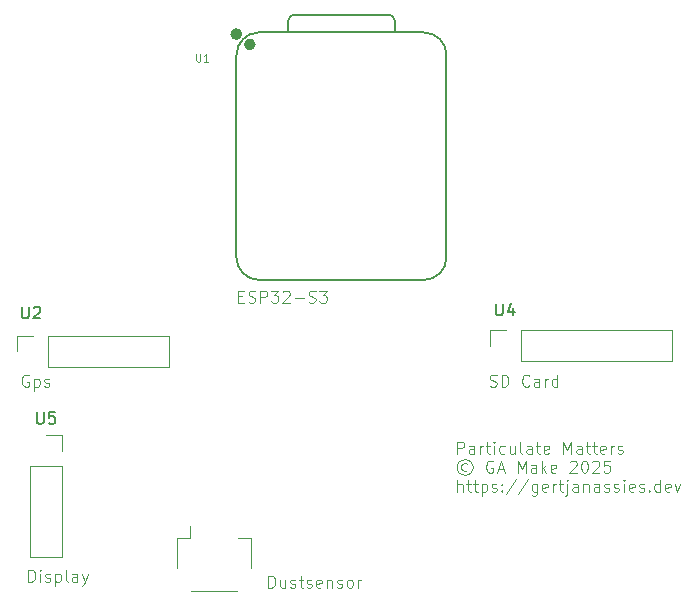
<source format=gbr>
%TF.GenerationSoftware,KiCad,Pcbnew,9.0.2*%
%TF.CreationDate,2025-07-07T13:49:35+02:00*%
%TF.ProjectId,Particulate_matters,50617274-6963-4756-9c61-74655f6d6174,rev?*%
%TF.SameCoordinates,Original*%
%TF.FileFunction,Legend,Top*%
%TF.FilePolarity,Positive*%
%FSLAX46Y46*%
G04 Gerber Fmt 4.6, Leading zero omitted, Abs format (unit mm)*
G04 Created by KiCad (PCBNEW 9.0.2) date 2025-07-07 13:49:35*
%MOMM*%
%LPD*%
G01*
G04 APERTURE LIST*
%ADD10C,0.100000*%
%ADD11C,0.150000*%
%ADD12C,0.101600*%
%ADD13C,0.120000*%
%ADD14C,0.127000*%
%ADD15C,0.504000*%
G04 APERTURE END LIST*
D10*
X93775884Y-78342609D02*
X94109217Y-78342609D01*
X94252074Y-78866419D02*
X93775884Y-78866419D01*
X93775884Y-78866419D02*
X93775884Y-77866419D01*
X93775884Y-77866419D02*
X94252074Y-77866419D01*
X94633027Y-78818800D02*
X94775884Y-78866419D01*
X94775884Y-78866419D02*
X95013979Y-78866419D01*
X95013979Y-78866419D02*
X95109217Y-78818800D01*
X95109217Y-78818800D02*
X95156836Y-78771180D01*
X95156836Y-78771180D02*
X95204455Y-78675942D01*
X95204455Y-78675942D02*
X95204455Y-78580704D01*
X95204455Y-78580704D02*
X95156836Y-78485466D01*
X95156836Y-78485466D02*
X95109217Y-78437847D01*
X95109217Y-78437847D02*
X95013979Y-78390228D01*
X95013979Y-78390228D02*
X94823503Y-78342609D01*
X94823503Y-78342609D02*
X94728265Y-78294990D01*
X94728265Y-78294990D02*
X94680646Y-78247371D01*
X94680646Y-78247371D02*
X94633027Y-78152133D01*
X94633027Y-78152133D02*
X94633027Y-78056895D01*
X94633027Y-78056895D02*
X94680646Y-77961657D01*
X94680646Y-77961657D02*
X94728265Y-77914038D01*
X94728265Y-77914038D02*
X94823503Y-77866419D01*
X94823503Y-77866419D02*
X95061598Y-77866419D01*
X95061598Y-77866419D02*
X95204455Y-77914038D01*
X95633027Y-78866419D02*
X95633027Y-77866419D01*
X95633027Y-77866419D02*
X96013979Y-77866419D01*
X96013979Y-77866419D02*
X96109217Y-77914038D01*
X96109217Y-77914038D02*
X96156836Y-77961657D01*
X96156836Y-77961657D02*
X96204455Y-78056895D01*
X96204455Y-78056895D02*
X96204455Y-78199752D01*
X96204455Y-78199752D02*
X96156836Y-78294990D01*
X96156836Y-78294990D02*
X96109217Y-78342609D01*
X96109217Y-78342609D02*
X96013979Y-78390228D01*
X96013979Y-78390228D02*
X95633027Y-78390228D01*
X96537789Y-77866419D02*
X97156836Y-77866419D01*
X97156836Y-77866419D02*
X96823503Y-78247371D01*
X96823503Y-78247371D02*
X96966360Y-78247371D01*
X96966360Y-78247371D02*
X97061598Y-78294990D01*
X97061598Y-78294990D02*
X97109217Y-78342609D01*
X97109217Y-78342609D02*
X97156836Y-78437847D01*
X97156836Y-78437847D02*
X97156836Y-78675942D01*
X97156836Y-78675942D02*
X97109217Y-78771180D01*
X97109217Y-78771180D02*
X97061598Y-78818800D01*
X97061598Y-78818800D02*
X96966360Y-78866419D01*
X96966360Y-78866419D02*
X96680646Y-78866419D01*
X96680646Y-78866419D02*
X96585408Y-78818800D01*
X96585408Y-78818800D02*
X96537789Y-78771180D01*
X97537789Y-77961657D02*
X97585408Y-77914038D01*
X97585408Y-77914038D02*
X97680646Y-77866419D01*
X97680646Y-77866419D02*
X97918741Y-77866419D01*
X97918741Y-77866419D02*
X98013979Y-77914038D01*
X98013979Y-77914038D02*
X98061598Y-77961657D01*
X98061598Y-77961657D02*
X98109217Y-78056895D01*
X98109217Y-78056895D02*
X98109217Y-78152133D01*
X98109217Y-78152133D02*
X98061598Y-78294990D01*
X98061598Y-78294990D02*
X97490170Y-78866419D01*
X97490170Y-78866419D02*
X98109217Y-78866419D01*
X98537789Y-78485466D02*
X99299694Y-78485466D01*
X99728265Y-78818800D02*
X99871122Y-78866419D01*
X99871122Y-78866419D02*
X100109217Y-78866419D01*
X100109217Y-78866419D02*
X100204455Y-78818800D01*
X100204455Y-78818800D02*
X100252074Y-78771180D01*
X100252074Y-78771180D02*
X100299693Y-78675942D01*
X100299693Y-78675942D02*
X100299693Y-78580704D01*
X100299693Y-78580704D02*
X100252074Y-78485466D01*
X100252074Y-78485466D02*
X100204455Y-78437847D01*
X100204455Y-78437847D02*
X100109217Y-78390228D01*
X100109217Y-78390228D02*
X99918741Y-78342609D01*
X99918741Y-78342609D02*
X99823503Y-78294990D01*
X99823503Y-78294990D02*
X99775884Y-78247371D01*
X99775884Y-78247371D02*
X99728265Y-78152133D01*
X99728265Y-78152133D02*
X99728265Y-78056895D01*
X99728265Y-78056895D02*
X99775884Y-77961657D01*
X99775884Y-77961657D02*
X99823503Y-77914038D01*
X99823503Y-77914038D02*
X99918741Y-77866419D01*
X99918741Y-77866419D02*
X100156836Y-77866419D01*
X100156836Y-77866419D02*
X100299693Y-77914038D01*
X100633027Y-77866419D02*
X101252074Y-77866419D01*
X101252074Y-77866419D02*
X100918741Y-78247371D01*
X100918741Y-78247371D02*
X101061598Y-78247371D01*
X101061598Y-78247371D02*
X101156836Y-78294990D01*
X101156836Y-78294990D02*
X101204455Y-78342609D01*
X101204455Y-78342609D02*
X101252074Y-78437847D01*
X101252074Y-78437847D02*
X101252074Y-78675942D01*
X101252074Y-78675942D02*
X101204455Y-78771180D01*
X101204455Y-78771180D02*
X101156836Y-78818800D01*
X101156836Y-78818800D02*
X101061598Y-78866419D01*
X101061598Y-78866419D02*
X100775884Y-78866419D01*
X100775884Y-78866419D02*
X100680646Y-78818800D01*
X100680646Y-78818800D02*
X100633027Y-78771180D01*
X96315884Y-102996419D02*
X96315884Y-101996419D01*
X96315884Y-101996419D02*
X96553979Y-101996419D01*
X96553979Y-101996419D02*
X96696836Y-102044038D01*
X96696836Y-102044038D02*
X96792074Y-102139276D01*
X96792074Y-102139276D02*
X96839693Y-102234514D01*
X96839693Y-102234514D02*
X96887312Y-102424990D01*
X96887312Y-102424990D02*
X96887312Y-102567847D01*
X96887312Y-102567847D02*
X96839693Y-102758323D01*
X96839693Y-102758323D02*
X96792074Y-102853561D01*
X96792074Y-102853561D02*
X96696836Y-102948800D01*
X96696836Y-102948800D02*
X96553979Y-102996419D01*
X96553979Y-102996419D02*
X96315884Y-102996419D01*
X97744455Y-102329752D02*
X97744455Y-102996419D01*
X97315884Y-102329752D02*
X97315884Y-102853561D01*
X97315884Y-102853561D02*
X97363503Y-102948800D01*
X97363503Y-102948800D02*
X97458741Y-102996419D01*
X97458741Y-102996419D02*
X97601598Y-102996419D01*
X97601598Y-102996419D02*
X97696836Y-102948800D01*
X97696836Y-102948800D02*
X97744455Y-102901180D01*
X98173027Y-102948800D02*
X98268265Y-102996419D01*
X98268265Y-102996419D02*
X98458741Y-102996419D01*
X98458741Y-102996419D02*
X98553979Y-102948800D01*
X98553979Y-102948800D02*
X98601598Y-102853561D01*
X98601598Y-102853561D02*
X98601598Y-102805942D01*
X98601598Y-102805942D02*
X98553979Y-102710704D01*
X98553979Y-102710704D02*
X98458741Y-102663085D01*
X98458741Y-102663085D02*
X98315884Y-102663085D01*
X98315884Y-102663085D02*
X98220646Y-102615466D01*
X98220646Y-102615466D02*
X98173027Y-102520228D01*
X98173027Y-102520228D02*
X98173027Y-102472609D01*
X98173027Y-102472609D02*
X98220646Y-102377371D01*
X98220646Y-102377371D02*
X98315884Y-102329752D01*
X98315884Y-102329752D02*
X98458741Y-102329752D01*
X98458741Y-102329752D02*
X98553979Y-102377371D01*
X98887313Y-102329752D02*
X99268265Y-102329752D01*
X99030170Y-101996419D02*
X99030170Y-102853561D01*
X99030170Y-102853561D02*
X99077789Y-102948800D01*
X99077789Y-102948800D02*
X99173027Y-102996419D01*
X99173027Y-102996419D02*
X99268265Y-102996419D01*
X99553980Y-102948800D02*
X99649218Y-102996419D01*
X99649218Y-102996419D02*
X99839694Y-102996419D01*
X99839694Y-102996419D02*
X99934932Y-102948800D01*
X99934932Y-102948800D02*
X99982551Y-102853561D01*
X99982551Y-102853561D02*
X99982551Y-102805942D01*
X99982551Y-102805942D02*
X99934932Y-102710704D01*
X99934932Y-102710704D02*
X99839694Y-102663085D01*
X99839694Y-102663085D02*
X99696837Y-102663085D01*
X99696837Y-102663085D02*
X99601599Y-102615466D01*
X99601599Y-102615466D02*
X99553980Y-102520228D01*
X99553980Y-102520228D02*
X99553980Y-102472609D01*
X99553980Y-102472609D02*
X99601599Y-102377371D01*
X99601599Y-102377371D02*
X99696837Y-102329752D01*
X99696837Y-102329752D02*
X99839694Y-102329752D01*
X99839694Y-102329752D02*
X99934932Y-102377371D01*
X100792075Y-102948800D02*
X100696837Y-102996419D01*
X100696837Y-102996419D02*
X100506361Y-102996419D01*
X100506361Y-102996419D02*
X100411123Y-102948800D01*
X100411123Y-102948800D02*
X100363504Y-102853561D01*
X100363504Y-102853561D02*
X100363504Y-102472609D01*
X100363504Y-102472609D02*
X100411123Y-102377371D01*
X100411123Y-102377371D02*
X100506361Y-102329752D01*
X100506361Y-102329752D02*
X100696837Y-102329752D01*
X100696837Y-102329752D02*
X100792075Y-102377371D01*
X100792075Y-102377371D02*
X100839694Y-102472609D01*
X100839694Y-102472609D02*
X100839694Y-102567847D01*
X100839694Y-102567847D02*
X100363504Y-102663085D01*
X101268266Y-102329752D02*
X101268266Y-102996419D01*
X101268266Y-102424990D02*
X101315885Y-102377371D01*
X101315885Y-102377371D02*
X101411123Y-102329752D01*
X101411123Y-102329752D02*
X101553980Y-102329752D01*
X101553980Y-102329752D02*
X101649218Y-102377371D01*
X101649218Y-102377371D02*
X101696837Y-102472609D01*
X101696837Y-102472609D02*
X101696837Y-102996419D01*
X102125409Y-102948800D02*
X102220647Y-102996419D01*
X102220647Y-102996419D02*
X102411123Y-102996419D01*
X102411123Y-102996419D02*
X102506361Y-102948800D01*
X102506361Y-102948800D02*
X102553980Y-102853561D01*
X102553980Y-102853561D02*
X102553980Y-102805942D01*
X102553980Y-102805942D02*
X102506361Y-102710704D01*
X102506361Y-102710704D02*
X102411123Y-102663085D01*
X102411123Y-102663085D02*
X102268266Y-102663085D01*
X102268266Y-102663085D02*
X102173028Y-102615466D01*
X102173028Y-102615466D02*
X102125409Y-102520228D01*
X102125409Y-102520228D02*
X102125409Y-102472609D01*
X102125409Y-102472609D02*
X102173028Y-102377371D01*
X102173028Y-102377371D02*
X102268266Y-102329752D01*
X102268266Y-102329752D02*
X102411123Y-102329752D01*
X102411123Y-102329752D02*
X102506361Y-102377371D01*
X103125409Y-102996419D02*
X103030171Y-102948800D01*
X103030171Y-102948800D02*
X102982552Y-102901180D01*
X102982552Y-102901180D02*
X102934933Y-102805942D01*
X102934933Y-102805942D02*
X102934933Y-102520228D01*
X102934933Y-102520228D02*
X102982552Y-102424990D01*
X102982552Y-102424990D02*
X103030171Y-102377371D01*
X103030171Y-102377371D02*
X103125409Y-102329752D01*
X103125409Y-102329752D02*
X103268266Y-102329752D01*
X103268266Y-102329752D02*
X103363504Y-102377371D01*
X103363504Y-102377371D02*
X103411123Y-102424990D01*
X103411123Y-102424990D02*
X103458742Y-102520228D01*
X103458742Y-102520228D02*
X103458742Y-102805942D01*
X103458742Y-102805942D02*
X103411123Y-102901180D01*
X103411123Y-102901180D02*
X103363504Y-102948800D01*
X103363504Y-102948800D02*
X103268266Y-102996419D01*
X103268266Y-102996419D02*
X103125409Y-102996419D01*
X103887314Y-102996419D02*
X103887314Y-102329752D01*
X103887314Y-102520228D02*
X103934933Y-102424990D01*
X103934933Y-102424990D02*
X103982552Y-102377371D01*
X103982552Y-102377371D02*
X104077790Y-102329752D01*
X104077790Y-102329752D02*
X104173028Y-102329752D01*
X75995884Y-102488419D02*
X75995884Y-101488419D01*
X75995884Y-101488419D02*
X76233979Y-101488419D01*
X76233979Y-101488419D02*
X76376836Y-101536038D01*
X76376836Y-101536038D02*
X76472074Y-101631276D01*
X76472074Y-101631276D02*
X76519693Y-101726514D01*
X76519693Y-101726514D02*
X76567312Y-101916990D01*
X76567312Y-101916990D02*
X76567312Y-102059847D01*
X76567312Y-102059847D02*
X76519693Y-102250323D01*
X76519693Y-102250323D02*
X76472074Y-102345561D01*
X76472074Y-102345561D02*
X76376836Y-102440800D01*
X76376836Y-102440800D02*
X76233979Y-102488419D01*
X76233979Y-102488419D02*
X75995884Y-102488419D01*
X76995884Y-102488419D02*
X76995884Y-101821752D01*
X76995884Y-101488419D02*
X76948265Y-101536038D01*
X76948265Y-101536038D02*
X76995884Y-101583657D01*
X76995884Y-101583657D02*
X77043503Y-101536038D01*
X77043503Y-101536038D02*
X76995884Y-101488419D01*
X76995884Y-101488419D02*
X76995884Y-101583657D01*
X77424455Y-102440800D02*
X77519693Y-102488419D01*
X77519693Y-102488419D02*
X77710169Y-102488419D01*
X77710169Y-102488419D02*
X77805407Y-102440800D01*
X77805407Y-102440800D02*
X77853026Y-102345561D01*
X77853026Y-102345561D02*
X77853026Y-102297942D01*
X77853026Y-102297942D02*
X77805407Y-102202704D01*
X77805407Y-102202704D02*
X77710169Y-102155085D01*
X77710169Y-102155085D02*
X77567312Y-102155085D01*
X77567312Y-102155085D02*
X77472074Y-102107466D01*
X77472074Y-102107466D02*
X77424455Y-102012228D01*
X77424455Y-102012228D02*
X77424455Y-101964609D01*
X77424455Y-101964609D02*
X77472074Y-101869371D01*
X77472074Y-101869371D02*
X77567312Y-101821752D01*
X77567312Y-101821752D02*
X77710169Y-101821752D01*
X77710169Y-101821752D02*
X77805407Y-101869371D01*
X78281598Y-101821752D02*
X78281598Y-102821752D01*
X78281598Y-101869371D02*
X78376836Y-101821752D01*
X78376836Y-101821752D02*
X78567312Y-101821752D01*
X78567312Y-101821752D02*
X78662550Y-101869371D01*
X78662550Y-101869371D02*
X78710169Y-101916990D01*
X78710169Y-101916990D02*
X78757788Y-102012228D01*
X78757788Y-102012228D02*
X78757788Y-102297942D01*
X78757788Y-102297942D02*
X78710169Y-102393180D01*
X78710169Y-102393180D02*
X78662550Y-102440800D01*
X78662550Y-102440800D02*
X78567312Y-102488419D01*
X78567312Y-102488419D02*
X78376836Y-102488419D01*
X78376836Y-102488419D02*
X78281598Y-102440800D01*
X79329217Y-102488419D02*
X79233979Y-102440800D01*
X79233979Y-102440800D02*
X79186360Y-102345561D01*
X79186360Y-102345561D02*
X79186360Y-101488419D01*
X80138741Y-102488419D02*
X80138741Y-101964609D01*
X80138741Y-101964609D02*
X80091122Y-101869371D01*
X80091122Y-101869371D02*
X79995884Y-101821752D01*
X79995884Y-101821752D02*
X79805408Y-101821752D01*
X79805408Y-101821752D02*
X79710170Y-101869371D01*
X80138741Y-102440800D02*
X80043503Y-102488419D01*
X80043503Y-102488419D02*
X79805408Y-102488419D01*
X79805408Y-102488419D02*
X79710170Y-102440800D01*
X79710170Y-102440800D02*
X79662551Y-102345561D01*
X79662551Y-102345561D02*
X79662551Y-102250323D01*
X79662551Y-102250323D02*
X79710170Y-102155085D01*
X79710170Y-102155085D02*
X79805408Y-102107466D01*
X79805408Y-102107466D02*
X80043503Y-102107466D01*
X80043503Y-102107466D02*
X80138741Y-102059847D01*
X80519694Y-101821752D02*
X80757789Y-102488419D01*
X80995884Y-101821752D02*
X80757789Y-102488419D01*
X80757789Y-102488419D02*
X80662551Y-102726514D01*
X80662551Y-102726514D02*
X80614932Y-102774133D01*
X80614932Y-102774133D02*
X80519694Y-102821752D01*
X76011693Y-85026038D02*
X75916455Y-84978419D01*
X75916455Y-84978419D02*
X75773598Y-84978419D01*
X75773598Y-84978419D02*
X75630741Y-85026038D01*
X75630741Y-85026038D02*
X75535503Y-85121276D01*
X75535503Y-85121276D02*
X75487884Y-85216514D01*
X75487884Y-85216514D02*
X75440265Y-85406990D01*
X75440265Y-85406990D02*
X75440265Y-85549847D01*
X75440265Y-85549847D02*
X75487884Y-85740323D01*
X75487884Y-85740323D02*
X75535503Y-85835561D01*
X75535503Y-85835561D02*
X75630741Y-85930800D01*
X75630741Y-85930800D02*
X75773598Y-85978419D01*
X75773598Y-85978419D02*
X75868836Y-85978419D01*
X75868836Y-85978419D02*
X76011693Y-85930800D01*
X76011693Y-85930800D02*
X76059312Y-85883180D01*
X76059312Y-85883180D02*
X76059312Y-85549847D01*
X76059312Y-85549847D02*
X75868836Y-85549847D01*
X76487884Y-85311752D02*
X76487884Y-86311752D01*
X76487884Y-85359371D02*
X76583122Y-85311752D01*
X76583122Y-85311752D02*
X76773598Y-85311752D01*
X76773598Y-85311752D02*
X76868836Y-85359371D01*
X76868836Y-85359371D02*
X76916455Y-85406990D01*
X76916455Y-85406990D02*
X76964074Y-85502228D01*
X76964074Y-85502228D02*
X76964074Y-85787942D01*
X76964074Y-85787942D02*
X76916455Y-85883180D01*
X76916455Y-85883180D02*
X76868836Y-85930800D01*
X76868836Y-85930800D02*
X76773598Y-85978419D01*
X76773598Y-85978419D02*
X76583122Y-85978419D01*
X76583122Y-85978419D02*
X76487884Y-85930800D01*
X77345027Y-85930800D02*
X77440265Y-85978419D01*
X77440265Y-85978419D02*
X77630741Y-85978419D01*
X77630741Y-85978419D02*
X77725979Y-85930800D01*
X77725979Y-85930800D02*
X77773598Y-85835561D01*
X77773598Y-85835561D02*
X77773598Y-85787942D01*
X77773598Y-85787942D02*
X77725979Y-85692704D01*
X77725979Y-85692704D02*
X77630741Y-85645085D01*
X77630741Y-85645085D02*
X77487884Y-85645085D01*
X77487884Y-85645085D02*
X77392646Y-85597466D01*
X77392646Y-85597466D02*
X77345027Y-85502228D01*
X77345027Y-85502228D02*
X77345027Y-85454609D01*
X77345027Y-85454609D02*
X77392646Y-85359371D01*
X77392646Y-85359371D02*
X77487884Y-85311752D01*
X77487884Y-85311752D02*
X77630741Y-85311752D01*
X77630741Y-85311752D02*
X77725979Y-85359371D01*
X115064265Y-85930800D02*
X115207122Y-85978419D01*
X115207122Y-85978419D02*
X115445217Y-85978419D01*
X115445217Y-85978419D02*
X115540455Y-85930800D01*
X115540455Y-85930800D02*
X115588074Y-85883180D01*
X115588074Y-85883180D02*
X115635693Y-85787942D01*
X115635693Y-85787942D02*
X115635693Y-85692704D01*
X115635693Y-85692704D02*
X115588074Y-85597466D01*
X115588074Y-85597466D02*
X115540455Y-85549847D01*
X115540455Y-85549847D02*
X115445217Y-85502228D01*
X115445217Y-85502228D02*
X115254741Y-85454609D01*
X115254741Y-85454609D02*
X115159503Y-85406990D01*
X115159503Y-85406990D02*
X115111884Y-85359371D01*
X115111884Y-85359371D02*
X115064265Y-85264133D01*
X115064265Y-85264133D02*
X115064265Y-85168895D01*
X115064265Y-85168895D02*
X115111884Y-85073657D01*
X115111884Y-85073657D02*
X115159503Y-85026038D01*
X115159503Y-85026038D02*
X115254741Y-84978419D01*
X115254741Y-84978419D02*
X115492836Y-84978419D01*
X115492836Y-84978419D02*
X115635693Y-85026038D01*
X116064265Y-85978419D02*
X116064265Y-84978419D01*
X116064265Y-84978419D02*
X116302360Y-84978419D01*
X116302360Y-84978419D02*
X116445217Y-85026038D01*
X116445217Y-85026038D02*
X116540455Y-85121276D01*
X116540455Y-85121276D02*
X116588074Y-85216514D01*
X116588074Y-85216514D02*
X116635693Y-85406990D01*
X116635693Y-85406990D02*
X116635693Y-85549847D01*
X116635693Y-85549847D02*
X116588074Y-85740323D01*
X116588074Y-85740323D02*
X116540455Y-85835561D01*
X116540455Y-85835561D02*
X116445217Y-85930800D01*
X116445217Y-85930800D02*
X116302360Y-85978419D01*
X116302360Y-85978419D02*
X116064265Y-85978419D01*
X118397598Y-85883180D02*
X118349979Y-85930800D01*
X118349979Y-85930800D02*
X118207122Y-85978419D01*
X118207122Y-85978419D02*
X118111884Y-85978419D01*
X118111884Y-85978419D02*
X117969027Y-85930800D01*
X117969027Y-85930800D02*
X117873789Y-85835561D01*
X117873789Y-85835561D02*
X117826170Y-85740323D01*
X117826170Y-85740323D02*
X117778551Y-85549847D01*
X117778551Y-85549847D02*
X117778551Y-85406990D01*
X117778551Y-85406990D02*
X117826170Y-85216514D01*
X117826170Y-85216514D02*
X117873789Y-85121276D01*
X117873789Y-85121276D02*
X117969027Y-85026038D01*
X117969027Y-85026038D02*
X118111884Y-84978419D01*
X118111884Y-84978419D02*
X118207122Y-84978419D01*
X118207122Y-84978419D02*
X118349979Y-85026038D01*
X118349979Y-85026038D02*
X118397598Y-85073657D01*
X119254741Y-85978419D02*
X119254741Y-85454609D01*
X119254741Y-85454609D02*
X119207122Y-85359371D01*
X119207122Y-85359371D02*
X119111884Y-85311752D01*
X119111884Y-85311752D02*
X118921408Y-85311752D01*
X118921408Y-85311752D02*
X118826170Y-85359371D01*
X119254741Y-85930800D02*
X119159503Y-85978419D01*
X119159503Y-85978419D02*
X118921408Y-85978419D01*
X118921408Y-85978419D02*
X118826170Y-85930800D01*
X118826170Y-85930800D02*
X118778551Y-85835561D01*
X118778551Y-85835561D02*
X118778551Y-85740323D01*
X118778551Y-85740323D02*
X118826170Y-85645085D01*
X118826170Y-85645085D02*
X118921408Y-85597466D01*
X118921408Y-85597466D02*
X119159503Y-85597466D01*
X119159503Y-85597466D02*
X119254741Y-85549847D01*
X119730932Y-85978419D02*
X119730932Y-85311752D01*
X119730932Y-85502228D02*
X119778551Y-85406990D01*
X119778551Y-85406990D02*
X119826170Y-85359371D01*
X119826170Y-85359371D02*
X119921408Y-85311752D01*
X119921408Y-85311752D02*
X120016646Y-85311752D01*
X120778551Y-85978419D02*
X120778551Y-84978419D01*
X120778551Y-85930800D02*
X120683313Y-85978419D01*
X120683313Y-85978419D02*
X120492837Y-85978419D01*
X120492837Y-85978419D02*
X120397599Y-85930800D01*
X120397599Y-85930800D02*
X120349980Y-85883180D01*
X120349980Y-85883180D02*
X120302361Y-85787942D01*
X120302361Y-85787942D02*
X120302361Y-85502228D01*
X120302361Y-85502228D02*
X120349980Y-85406990D01*
X120349980Y-85406990D02*
X120397599Y-85359371D01*
X120397599Y-85359371D02*
X120492837Y-85311752D01*
X120492837Y-85311752D02*
X120683313Y-85311752D01*
X120683313Y-85311752D02*
X120778551Y-85359371D01*
X112317884Y-91648531D02*
X112317884Y-90648531D01*
X112317884Y-90648531D02*
X112698836Y-90648531D01*
X112698836Y-90648531D02*
X112794074Y-90696150D01*
X112794074Y-90696150D02*
X112841693Y-90743769D01*
X112841693Y-90743769D02*
X112889312Y-90839007D01*
X112889312Y-90839007D02*
X112889312Y-90981864D01*
X112889312Y-90981864D02*
X112841693Y-91077102D01*
X112841693Y-91077102D02*
X112794074Y-91124721D01*
X112794074Y-91124721D02*
X112698836Y-91172340D01*
X112698836Y-91172340D02*
X112317884Y-91172340D01*
X113746455Y-91648531D02*
X113746455Y-91124721D01*
X113746455Y-91124721D02*
X113698836Y-91029483D01*
X113698836Y-91029483D02*
X113603598Y-90981864D01*
X113603598Y-90981864D02*
X113413122Y-90981864D01*
X113413122Y-90981864D02*
X113317884Y-91029483D01*
X113746455Y-91600912D02*
X113651217Y-91648531D01*
X113651217Y-91648531D02*
X113413122Y-91648531D01*
X113413122Y-91648531D02*
X113317884Y-91600912D01*
X113317884Y-91600912D02*
X113270265Y-91505673D01*
X113270265Y-91505673D02*
X113270265Y-91410435D01*
X113270265Y-91410435D02*
X113317884Y-91315197D01*
X113317884Y-91315197D02*
X113413122Y-91267578D01*
X113413122Y-91267578D02*
X113651217Y-91267578D01*
X113651217Y-91267578D02*
X113746455Y-91219959D01*
X114222646Y-91648531D02*
X114222646Y-90981864D01*
X114222646Y-91172340D02*
X114270265Y-91077102D01*
X114270265Y-91077102D02*
X114317884Y-91029483D01*
X114317884Y-91029483D02*
X114413122Y-90981864D01*
X114413122Y-90981864D02*
X114508360Y-90981864D01*
X114698837Y-90981864D02*
X115079789Y-90981864D01*
X114841694Y-90648531D02*
X114841694Y-91505673D01*
X114841694Y-91505673D02*
X114889313Y-91600912D01*
X114889313Y-91600912D02*
X114984551Y-91648531D01*
X114984551Y-91648531D02*
X115079789Y-91648531D01*
X115413123Y-91648531D02*
X115413123Y-90981864D01*
X115413123Y-90648531D02*
X115365504Y-90696150D01*
X115365504Y-90696150D02*
X115413123Y-90743769D01*
X115413123Y-90743769D02*
X115460742Y-90696150D01*
X115460742Y-90696150D02*
X115413123Y-90648531D01*
X115413123Y-90648531D02*
X115413123Y-90743769D01*
X116317884Y-91600912D02*
X116222646Y-91648531D01*
X116222646Y-91648531D02*
X116032170Y-91648531D01*
X116032170Y-91648531D02*
X115936932Y-91600912D01*
X115936932Y-91600912D02*
X115889313Y-91553292D01*
X115889313Y-91553292D02*
X115841694Y-91458054D01*
X115841694Y-91458054D02*
X115841694Y-91172340D01*
X115841694Y-91172340D02*
X115889313Y-91077102D01*
X115889313Y-91077102D02*
X115936932Y-91029483D01*
X115936932Y-91029483D02*
X116032170Y-90981864D01*
X116032170Y-90981864D02*
X116222646Y-90981864D01*
X116222646Y-90981864D02*
X116317884Y-91029483D01*
X117175027Y-90981864D02*
X117175027Y-91648531D01*
X116746456Y-90981864D02*
X116746456Y-91505673D01*
X116746456Y-91505673D02*
X116794075Y-91600912D01*
X116794075Y-91600912D02*
X116889313Y-91648531D01*
X116889313Y-91648531D02*
X117032170Y-91648531D01*
X117032170Y-91648531D02*
X117127408Y-91600912D01*
X117127408Y-91600912D02*
X117175027Y-91553292D01*
X117794075Y-91648531D02*
X117698837Y-91600912D01*
X117698837Y-91600912D02*
X117651218Y-91505673D01*
X117651218Y-91505673D02*
X117651218Y-90648531D01*
X118603599Y-91648531D02*
X118603599Y-91124721D01*
X118603599Y-91124721D02*
X118555980Y-91029483D01*
X118555980Y-91029483D02*
X118460742Y-90981864D01*
X118460742Y-90981864D02*
X118270266Y-90981864D01*
X118270266Y-90981864D02*
X118175028Y-91029483D01*
X118603599Y-91600912D02*
X118508361Y-91648531D01*
X118508361Y-91648531D02*
X118270266Y-91648531D01*
X118270266Y-91648531D02*
X118175028Y-91600912D01*
X118175028Y-91600912D02*
X118127409Y-91505673D01*
X118127409Y-91505673D02*
X118127409Y-91410435D01*
X118127409Y-91410435D02*
X118175028Y-91315197D01*
X118175028Y-91315197D02*
X118270266Y-91267578D01*
X118270266Y-91267578D02*
X118508361Y-91267578D01*
X118508361Y-91267578D02*
X118603599Y-91219959D01*
X118936933Y-90981864D02*
X119317885Y-90981864D01*
X119079790Y-90648531D02*
X119079790Y-91505673D01*
X119079790Y-91505673D02*
X119127409Y-91600912D01*
X119127409Y-91600912D02*
X119222647Y-91648531D01*
X119222647Y-91648531D02*
X119317885Y-91648531D01*
X120032171Y-91600912D02*
X119936933Y-91648531D01*
X119936933Y-91648531D02*
X119746457Y-91648531D01*
X119746457Y-91648531D02*
X119651219Y-91600912D01*
X119651219Y-91600912D02*
X119603600Y-91505673D01*
X119603600Y-91505673D02*
X119603600Y-91124721D01*
X119603600Y-91124721D02*
X119651219Y-91029483D01*
X119651219Y-91029483D02*
X119746457Y-90981864D01*
X119746457Y-90981864D02*
X119936933Y-90981864D01*
X119936933Y-90981864D02*
X120032171Y-91029483D01*
X120032171Y-91029483D02*
X120079790Y-91124721D01*
X120079790Y-91124721D02*
X120079790Y-91219959D01*
X120079790Y-91219959D02*
X119603600Y-91315197D01*
X121270267Y-91648531D02*
X121270267Y-90648531D01*
X121270267Y-90648531D02*
X121603600Y-91362816D01*
X121603600Y-91362816D02*
X121936933Y-90648531D01*
X121936933Y-90648531D02*
X121936933Y-91648531D01*
X122841695Y-91648531D02*
X122841695Y-91124721D01*
X122841695Y-91124721D02*
X122794076Y-91029483D01*
X122794076Y-91029483D02*
X122698838Y-90981864D01*
X122698838Y-90981864D02*
X122508362Y-90981864D01*
X122508362Y-90981864D02*
X122413124Y-91029483D01*
X122841695Y-91600912D02*
X122746457Y-91648531D01*
X122746457Y-91648531D02*
X122508362Y-91648531D01*
X122508362Y-91648531D02*
X122413124Y-91600912D01*
X122413124Y-91600912D02*
X122365505Y-91505673D01*
X122365505Y-91505673D02*
X122365505Y-91410435D01*
X122365505Y-91410435D02*
X122413124Y-91315197D01*
X122413124Y-91315197D02*
X122508362Y-91267578D01*
X122508362Y-91267578D02*
X122746457Y-91267578D01*
X122746457Y-91267578D02*
X122841695Y-91219959D01*
X123175029Y-90981864D02*
X123555981Y-90981864D01*
X123317886Y-90648531D02*
X123317886Y-91505673D01*
X123317886Y-91505673D02*
X123365505Y-91600912D01*
X123365505Y-91600912D02*
X123460743Y-91648531D01*
X123460743Y-91648531D02*
X123555981Y-91648531D01*
X123746458Y-90981864D02*
X124127410Y-90981864D01*
X123889315Y-90648531D02*
X123889315Y-91505673D01*
X123889315Y-91505673D02*
X123936934Y-91600912D01*
X123936934Y-91600912D02*
X124032172Y-91648531D01*
X124032172Y-91648531D02*
X124127410Y-91648531D01*
X124841696Y-91600912D02*
X124746458Y-91648531D01*
X124746458Y-91648531D02*
X124555982Y-91648531D01*
X124555982Y-91648531D02*
X124460744Y-91600912D01*
X124460744Y-91600912D02*
X124413125Y-91505673D01*
X124413125Y-91505673D02*
X124413125Y-91124721D01*
X124413125Y-91124721D02*
X124460744Y-91029483D01*
X124460744Y-91029483D02*
X124555982Y-90981864D01*
X124555982Y-90981864D02*
X124746458Y-90981864D01*
X124746458Y-90981864D02*
X124841696Y-91029483D01*
X124841696Y-91029483D02*
X124889315Y-91124721D01*
X124889315Y-91124721D02*
X124889315Y-91219959D01*
X124889315Y-91219959D02*
X124413125Y-91315197D01*
X125317887Y-91648531D02*
X125317887Y-90981864D01*
X125317887Y-91172340D02*
X125365506Y-91077102D01*
X125365506Y-91077102D02*
X125413125Y-91029483D01*
X125413125Y-91029483D02*
X125508363Y-90981864D01*
X125508363Y-90981864D02*
X125603601Y-90981864D01*
X125889316Y-91600912D02*
X125984554Y-91648531D01*
X125984554Y-91648531D02*
X126175030Y-91648531D01*
X126175030Y-91648531D02*
X126270268Y-91600912D01*
X126270268Y-91600912D02*
X126317887Y-91505673D01*
X126317887Y-91505673D02*
X126317887Y-91458054D01*
X126317887Y-91458054D02*
X126270268Y-91362816D01*
X126270268Y-91362816D02*
X126175030Y-91315197D01*
X126175030Y-91315197D02*
X126032173Y-91315197D01*
X126032173Y-91315197D02*
X125936935Y-91267578D01*
X125936935Y-91267578D02*
X125889316Y-91172340D01*
X125889316Y-91172340D02*
X125889316Y-91124721D01*
X125889316Y-91124721D02*
X125936935Y-91029483D01*
X125936935Y-91029483D02*
X126032173Y-90981864D01*
X126032173Y-90981864D02*
X126175030Y-90981864D01*
X126175030Y-90981864D02*
X126270268Y-91029483D01*
X113127408Y-92496570D02*
X113032169Y-92448951D01*
X113032169Y-92448951D02*
X112841693Y-92448951D01*
X112841693Y-92448951D02*
X112746455Y-92496570D01*
X112746455Y-92496570D02*
X112651217Y-92591808D01*
X112651217Y-92591808D02*
X112603598Y-92687046D01*
X112603598Y-92687046D02*
X112603598Y-92877522D01*
X112603598Y-92877522D02*
X112651217Y-92972760D01*
X112651217Y-92972760D02*
X112746455Y-93067998D01*
X112746455Y-93067998D02*
X112841693Y-93115617D01*
X112841693Y-93115617D02*
X113032169Y-93115617D01*
X113032169Y-93115617D02*
X113127408Y-93067998D01*
X112936931Y-92115617D02*
X112698836Y-92163236D01*
X112698836Y-92163236D02*
X112460741Y-92306094D01*
X112460741Y-92306094D02*
X112317884Y-92544189D01*
X112317884Y-92544189D02*
X112270265Y-92782284D01*
X112270265Y-92782284D02*
X112317884Y-93020379D01*
X112317884Y-93020379D02*
X112460741Y-93258475D01*
X112460741Y-93258475D02*
X112698836Y-93401332D01*
X112698836Y-93401332D02*
X112936931Y-93448951D01*
X112936931Y-93448951D02*
X113175027Y-93401332D01*
X113175027Y-93401332D02*
X113413122Y-93258475D01*
X113413122Y-93258475D02*
X113555979Y-93020379D01*
X113555979Y-93020379D02*
X113603598Y-92782284D01*
X113603598Y-92782284D02*
X113555979Y-92544189D01*
X113555979Y-92544189D02*
X113413122Y-92306094D01*
X113413122Y-92306094D02*
X113175027Y-92163236D01*
X113175027Y-92163236D02*
X112936931Y-92115617D01*
X115317884Y-92306094D02*
X115222646Y-92258475D01*
X115222646Y-92258475D02*
X115079789Y-92258475D01*
X115079789Y-92258475D02*
X114936932Y-92306094D01*
X114936932Y-92306094D02*
X114841694Y-92401332D01*
X114841694Y-92401332D02*
X114794075Y-92496570D01*
X114794075Y-92496570D02*
X114746456Y-92687046D01*
X114746456Y-92687046D02*
X114746456Y-92829903D01*
X114746456Y-92829903D02*
X114794075Y-93020379D01*
X114794075Y-93020379D02*
X114841694Y-93115617D01*
X114841694Y-93115617D02*
X114936932Y-93210856D01*
X114936932Y-93210856D02*
X115079789Y-93258475D01*
X115079789Y-93258475D02*
X115175027Y-93258475D01*
X115175027Y-93258475D02*
X115317884Y-93210856D01*
X115317884Y-93210856D02*
X115365503Y-93163236D01*
X115365503Y-93163236D02*
X115365503Y-92829903D01*
X115365503Y-92829903D02*
X115175027Y-92829903D01*
X115746456Y-92972760D02*
X116222646Y-92972760D01*
X115651218Y-93258475D02*
X115984551Y-92258475D01*
X115984551Y-92258475D02*
X116317884Y-93258475D01*
X117413123Y-93258475D02*
X117413123Y-92258475D01*
X117413123Y-92258475D02*
X117746456Y-92972760D01*
X117746456Y-92972760D02*
X118079789Y-92258475D01*
X118079789Y-92258475D02*
X118079789Y-93258475D01*
X118984551Y-93258475D02*
X118984551Y-92734665D01*
X118984551Y-92734665D02*
X118936932Y-92639427D01*
X118936932Y-92639427D02*
X118841694Y-92591808D01*
X118841694Y-92591808D02*
X118651218Y-92591808D01*
X118651218Y-92591808D02*
X118555980Y-92639427D01*
X118984551Y-93210856D02*
X118889313Y-93258475D01*
X118889313Y-93258475D02*
X118651218Y-93258475D01*
X118651218Y-93258475D02*
X118555980Y-93210856D01*
X118555980Y-93210856D02*
X118508361Y-93115617D01*
X118508361Y-93115617D02*
X118508361Y-93020379D01*
X118508361Y-93020379D02*
X118555980Y-92925141D01*
X118555980Y-92925141D02*
X118651218Y-92877522D01*
X118651218Y-92877522D02*
X118889313Y-92877522D01*
X118889313Y-92877522D02*
X118984551Y-92829903D01*
X119460742Y-93258475D02*
X119460742Y-92258475D01*
X119555980Y-92877522D02*
X119841694Y-93258475D01*
X119841694Y-92591808D02*
X119460742Y-92972760D01*
X120651218Y-93210856D02*
X120555980Y-93258475D01*
X120555980Y-93258475D02*
X120365504Y-93258475D01*
X120365504Y-93258475D02*
X120270266Y-93210856D01*
X120270266Y-93210856D02*
X120222647Y-93115617D01*
X120222647Y-93115617D02*
X120222647Y-92734665D01*
X120222647Y-92734665D02*
X120270266Y-92639427D01*
X120270266Y-92639427D02*
X120365504Y-92591808D01*
X120365504Y-92591808D02*
X120555980Y-92591808D01*
X120555980Y-92591808D02*
X120651218Y-92639427D01*
X120651218Y-92639427D02*
X120698837Y-92734665D01*
X120698837Y-92734665D02*
X120698837Y-92829903D01*
X120698837Y-92829903D02*
X120222647Y-92925141D01*
X121841695Y-92353713D02*
X121889314Y-92306094D01*
X121889314Y-92306094D02*
X121984552Y-92258475D01*
X121984552Y-92258475D02*
X122222647Y-92258475D01*
X122222647Y-92258475D02*
X122317885Y-92306094D01*
X122317885Y-92306094D02*
X122365504Y-92353713D01*
X122365504Y-92353713D02*
X122413123Y-92448951D01*
X122413123Y-92448951D02*
X122413123Y-92544189D01*
X122413123Y-92544189D02*
X122365504Y-92687046D01*
X122365504Y-92687046D02*
X121794076Y-93258475D01*
X121794076Y-93258475D02*
X122413123Y-93258475D01*
X123032171Y-92258475D02*
X123127409Y-92258475D01*
X123127409Y-92258475D02*
X123222647Y-92306094D01*
X123222647Y-92306094D02*
X123270266Y-92353713D01*
X123270266Y-92353713D02*
X123317885Y-92448951D01*
X123317885Y-92448951D02*
X123365504Y-92639427D01*
X123365504Y-92639427D02*
X123365504Y-92877522D01*
X123365504Y-92877522D02*
X123317885Y-93067998D01*
X123317885Y-93067998D02*
X123270266Y-93163236D01*
X123270266Y-93163236D02*
X123222647Y-93210856D01*
X123222647Y-93210856D02*
X123127409Y-93258475D01*
X123127409Y-93258475D02*
X123032171Y-93258475D01*
X123032171Y-93258475D02*
X122936933Y-93210856D01*
X122936933Y-93210856D02*
X122889314Y-93163236D01*
X122889314Y-93163236D02*
X122841695Y-93067998D01*
X122841695Y-93067998D02*
X122794076Y-92877522D01*
X122794076Y-92877522D02*
X122794076Y-92639427D01*
X122794076Y-92639427D02*
X122841695Y-92448951D01*
X122841695Y-92448951D02*
X122889314Y-92353713D01*
X122889314Y-92353713D02*
X122936933Y-92306094D01*
X122936933Y-92306094D02*
X123032171Y-92258475D01*
X123746457Y-92353713D02*
X123794076Y-92306094D01*
X123794076Y-92306094D02*
X123889314Y-92258475D01*
X123889314Y-92258475D02*
X124127409Y-92258475D01*
X124127409Y-92258475D02*
X124222647Y-92306094D01*
X124222647Y-92306094D02*
X124270266Y-92353713D01*
X124270266Y-92353713D02*
X124317885Y-92448951D01*
X124317885Y-92448951D02*
X124317885Y-92544189D01*
X124317885Y-92544189D02*
X124270266Y-92687046D01*
X124270266Y-92687046D02*
X123698838Y-93258475D01*
X123698838Y-93258475D02*
X124317885Y-93258475D01*
X125222647Y-92258475D02*
X124746457Y-92258475D01*
X124746457Y-92258475D02*
X124698838Y-92734665D01*
X124698838Y-92734665D02*
X124746457Y-92687046D01*
X124746457Y-92687046D02*
X124841695Y-92639427D01*
X124841695Y-92639427D02*
X125079790Y-92639427D01*
X125079790Y-92639427D02*
X125175028Y-92687046D01*
X125175028Y-92687046D02*
X125222647Y-92734665D01*
X125222647Y-92734665D02*
X125270266Y-92829903D01*
X125270266Y-92829903D02*
X125270266Y-93067998D01*
X125270266Y-93067998D02*
X125222647Y-93163236D01*
X125222647Y-93163236D02*
X125175028Y-93210856D01*
X125175028Y-93210856D02*
X125079790Y-93258475D01*
X125079790Y-93258475D02*
X124841695Y-93258475D01*
X124841695Y-93258475D02*
X124746457Y-93210856D01*
X124746457Y-93210856D02*
X124698838Y-93163236D01*
X112317884Y-94868419D02*
X112317884Y-93868419D01*
X112746455Y-94868419D02*
X112746455Y-94344609D01*
X112746455Y-94344609D02*
X112698836Y-94249371D01*
X112698836Y-94249371D02*
X112603598Y-94201752D01*
X112603598Y-94201752D02*
X112460741Y-94201752D01*
X112460741Y-94201752D02*
X112365503Y-94249371D01*
X112365503Y-94249371D02*
X112317884Y-94296990D01*
X113079789Y-94201752D02*
X113460741Y-94201752D01*
X113222646Y-93868419D02*
X113222646Y-94725561D01*
X113222646Y-94725561D02*
X113270265Y-94820800D01*
X113270265Y-94820800D02*
X113365503Y-94868419D01*
X113365503Y-94868419D02*
X113460741Y-94868419D01*
X113651218Y-94201752D02*
X114032170Y-94201752D01*
X113794075Y-93868419D02*
X113794075Y-94725561D01*
X113794075Y-94725561D02*
X113841694Y-94820800D01*
X113841694Y-94820800D02*
X113936932Y-94868419D01*
X113936932Y-94868419D02*
X114032170Y-94868419D01*
X114365504Y-94201752D02*
X114365504Y-95201752D01*
X114365504Y-94249371D02*
X114460742Y-94201752D01*
X114460742Y-94201752D02*
X114651218Y-94201752D01*
X114651218Y-94201752D02*
X114746456Y-94249371D01*
X114746456Y-94249371D02*
X114794075Y-94296990D01*
X114794075Y-94296990D02*
X114841694Y-94392228D01*
X114841694Y-94392228D02*
X114841694Y-94677942D01*
X114841694Y-94677942D02*
X114794075Y-94773180D01*
X114794075Y-94773180D02*
X114746456Y-94820800D01*
X114746456Y-94820800D02*
X114651218Y-94868419D01*
X114651218Y-94868419D02*
X114460742Y-94868419D01*
X114460742Y-94868419D02*
X114365504Y-94820800D01*
X115222647Y-94820800D02*
X115317885Y-94868419D01*
X115317885Y-94868419D02*
X115508361Y-94868419D01*
X115508361Y-94868419D02*
X115603599Y-94820800D01*
X115603599Y-94820800D02*
X115651218Y-94725561D01*
X115651218Y-94725561D02*
X115651218Y-94677942D01*
X115651218Y-94677942D02*
X115603599Y-94582704D01*
X115603599Y-94582704D02*
X115508361Y-94535085D01*
X115508361Y-94535085D02*
X115365504Y-94535085D01*
X115365504Y-94535085D02*
X115270266Y-94487466D01*
X115270266Y-94487466D02*
X115222647Y-94392228D01*
X115222647Y-94392228D02*
X115222647Y-94344609D01*
X115222647Y-94344609D02*
X115270266Y-94249371D01*
X115270266Y-94249371D02*
X115365504Y-94201752D01*
X115365504Y-94201752D02*
X115508361Y-94201752D01*
X115508361Y-94201752D02*
X115603599Y-94249371D01*
X116079790Y-94773180D02*
X116127409Y-94820800D01*
X116127409Y-94820800D02*
X116079790Y-94868419D01*
X116079790Y-94868419D02*
X116032171Y-94820800D01*
X116032171Y-94820800D02*
X116079790Y-94773180D01*
X116079790Y-94773180D02*
X116079790Y-94868419D01*
X116079790Y-94249371D02*
X116127409Y-94296990D01*
X116127409Y-94296990D02*
X116079790Y-94344609D01*
X116079790Y-94344609D02*
X116032171Y-94296990D01*
X116032171Y-94296990D02*
X116079790Y-94249371D01*
X116079790Y-94249371D02*
X116079790Y-94344609D01*
X117270265Y-93820800D02*
X116413123Y-95106514D01*
X118317884Y-93820800D02*
X117460742Y-95106514D01*
X119079789Y-94201752D02*
X119079789Y-95011276D01*
X119079789Y-95011276D02*
X119032170Y-95106514D01*
X119032170Y-95106514D02*
X118984551Y-95154133D01*
X118984551Y-95154133D02*
X118889313Y-95201752D01*
X118889313Y-95201752D02*
X118746456Y-95201752D01*
X118746456Y-95201752D02*
X118651218Y-95154133D01*
X119079789Y-94820800D02*
X118984551Y-94868419D01*
X118984551Y-94868419D02*
X118794075Y-94868419D01*
X118794075Y-94868419D02*
X118698837Y-94820800D01*
X118698837Y-94820800D02*
X118651218Y-94773180D01*
X118651218Y-94773180D02*
X118603599Y-94677942D01*
X118603599Y-94677942D02*
X118603599Y-94392228D01*
X118603599Y-94392228D02*
X118651218Y-94296990D01*
X118651218Y-94296990D02*
X118698837Y-94249371D01*
X118698837Y-94249371D02*
X118794075Y-94201752D01*
X118794075Y-94201752D02*
X118984551Y-94201752D01*
X118984551Y-94201752D02*
X119079789Y-94249371D01*
X119936932Y-94820800D02*
X119841694Y-94868419D01*
X119841694Y-94868419D02*
X119651218Y-94868419D01*
X119651218Y-94868419D02*
X119555980Y-94820800D01*
X119555980Y-94820800D02*
X119508361Y-94725561D01*
X119508361Y-94725561D02*
X119508361Y-94344609D01*
X119508361Y-94344609D02*
X119555980Y-94249371D01*
X119555980Y-94249371D02*
X119651218Y-94201752D01*
X119651218Y-94201752D02*
X119841694Y-94201752D01*
X119841694Y-94201752D02*
X119936932Y-94249371D01*
X119936932Y-94249371D02*
X119984551Y-94344609D01*
X119984551Y-94344609D02*
X119984551Y-94439847D01*
X119984551Y-94439847D02*
X119508361Y-94535085D01*
X120413123Y-94868419D02*
X120413123Y-94201752D01*
X120413123Y-94392228D02*
X120460742Y-94296990D01*
X120460742Y-94296990D02*
X120508361Y-94249371D01*
X120508361Y-94249371D02*
X120603599Y-94201752D01*
X120603599Y-94201752D02*
X120698837Y-94201752D01*
X120889314Y-94201752D02*
X121270266Y-94201752D01*
X121032171Y-93868419D02*
X121032171Y-94725561D01*
X121032171Y-94725561D02*
X121079790Y-94820800D01*
X121079790Y-94820800D02*
X121175028Y-94868419D01*
X121175028Y-94868419D02*
X121270266Y-94868419D01*
X121603600Y-94201752D02*
X121603600Y-95058895D01*
X121603600Y-95058895D02*
X121555981Y-95154133D01*
X121555981Y-95154133D02*
X121460743Y-95201752D01*
X121460743Y-95201752D02*
X121413124Y-95201752D01*
X121603600Y-93868419D02*
X121555981Y-93916038D01*
X121555981Y-93916038D02*
X121603600Y-93963657D01*
X121603600Y-93963657D02*
X121651219Y-93916038D01*
X121651219Y-93916038D02*
X121603600Y-93868419D01*
X121603600Y-93868419D02*
X121603600Y-93963657D01*
X122508361Y-94868419D02*
X122508361Y-94344609D01*
X122508361Y-94344609D02*
X122460742Y-94249371D01*
X122460742Y-94249371D02*
X122365504Y-94201752D01*
X122365504Y-94201752D02*
X122175028Y-94201752D01*
X122175028Y-94201752D02*
X122079790Y-94249371D01*
X122508361Y-94820800D02*
X122413123Y-94868419D01*
X122413123Y-94868419D02*
X122175028Y-94868419D01*
X122175028Y-94868419D02*
X122079790Y-94820800D01*
X122079790Y-94820800D02*
X122032171Y-94725561D01*
X122032171Y-94725561D02*
X122032171Y-94630323D01*
X122032171Y-94630323D02*
X122079790Y-94535085D01*
X122079790Y-94535085D02*
X122175028Y-94487466D01*
X122175028Y-94487466D02*
X122413123Y-94487466D01*
X122413123Y-94487466D02*
X122508361Y-94439847D01*
X122984552Y-94201752D02*
X122984552Y-94868419D01*
X122984552Y-94296990D02*
X123032171Y-94249371D01*
X123032171Y-94249371D02*
X123127409Y-94201752D01*
X123127409Y-94201752D02*
X123270266Y-94201752D01*
X123270266Y-94201752D02*
X123365504Y-94249371D01*
X123365504Y-94249371D02*
X123413123Y-94344609D01*
X123413123Y-94344609D02*
X123413123Y-94868419D01*
X124317885Y-94868419D02*
X124317885Y-94344609D01*
X124317885Y-94344609D02*
X124270266Y-94249371D01*
X124270266Y-94249371D02*
X124175028Y-94201752D01*
X124175028Y-94201752D02*
X123984552Y-94201752D01*
X123984552Y-94201752D02*
X123889314Y-94249371D01*
X124317885Y-94820800D02*
X124222647Y-94868419D01*
X124222647Y-94868419D02*
X123984552Y-94868419D01*
X123984552Y-94868419D02*
X123889314Y-94820800D01*
X123889314Y-94820800D02*
X123841695Y-94725561D01*
X123841695Y-94725561D02*
X123841695Y-94630323D01*
X123841695Y-94630323D02*
X123889314Y-94535085D01*
X123889314Y-94535085D02*
X123984552Y-94487466D01*
X123984552Y-94487466D02*
X124222647Y-94487466D01*
X124222647Y-94487466D02*
X124317885Y-94439847D01*
X124746457Y-94820800D02*
X124841695Y-94868419D01*
X124841695Y-94868419D02*
X125032171Y-94868419D01*
X125032171Y-94868419D02*
X125127409Y-94820800D01*
X125127409Y-94820800D02*
X125175028Y-94725561D01*
X125175028Y-94725561D02*
X125175028Y-94677942D01*
X125175028Y-94677942D02*
X125127409Y-94582704D01*
X125127409Y-94582704D02*
X125032171Y-94535085D01*
X125032171Y-94535085D02*
X124889314Y-94535085D01*
X124889314Y-94535085D02*
X124794076Y-94487466D01*
X124794076Y-94487466D02*
X124746457Y-94392228D01*
X124746457Y-94392228D02*
X124746457Y-94344609D01*
X124746457Y-94344609D02*
X124794076Y-94249371D01*
X124794076Y-94249371D02*
X124889314Y-94201752D01*
X124889314Y-94201752D02*
X125032171Y-94201752D01*
X125032171Y-94201752D02*
X125127409Y-94249371D01*
X125555981Y-94820800D02*
X125651219Y-94868419D01*
X125651219Y-94868419D02*
X125841695Y-94868419D01*
X125841695Y-94868419D02*
X125936933Y-94820800D01*
X125936933Y-94820800D02*
X125984552Y-94725561D01*
X125984552Y-94725561D02*
X125984552Y-94677942D01*
X125984552Y-94677942D02*
X125936933Y-94582704D01*
X125936933Y-94582704D02*
X125841695Y-94535085D01*
X125841695Y-94535085D02*
X125698838Y-94535085D01*
X125698838Y-94535085D02*
X125603600Y-94487466D01*
X125603600Y-94487466D02*
X125555981Y-94392228D01*
X125555981Y-94392228D02*
X125555981Y-94344609D01*
X125555981Y-94344609D02*
X125603600Y-94249371D01*
X125603600Y-94249371D02*
X125698838Y-94201752D01*
X125698838Y-94201752D02*
X125841695Y-94201752D01*
X125841695Y-94201752D02*
X125936933Y-94249371D01*
X126413124Y-94868419D02*
X126413124Y-94201752D01*
X126413124Y-93868419D02*
X126365505Y-93916038D01*
X126365505Y-93916038D02*
X126413124Y-93963657D01*
X126413124Y-93963657D02*
X126460743Y-93916038D01*
X126460743Y-93916038D02*
X126413124Y-93868419D01*
X126413124Y-93868419D02*
X126413124Y-93963657D01*
X127270266Y-94820800D02*
X127175028Y-94868419D01*
X127175028Y-94868419D02*
X126984552Y-94868419D01*
X126984552Y-94868419D02*
X126889314Y-94820800D01*
X126889314Y-94820800D02*
X126841695Y-94725561D01*
X126841695Y-94725561D02*
X126841695Y-94344609D01*
X126841695Y-94344609D02*
X126889314Y-94249371D01*
X126889314Y-94249371D02*
X126984552Y-94201752D01*
X126984552Y-94201752D02*
X127175028Y-94201752D01*
X127175028Y-94201752D02*
X127270266Y-94249371D01*
X127270266Y-94249371D02*
X127317885Y-94344609D01*
X127317885Y-94344609D02*
X127317885Y-94439847D01*
X127317885Y-94439847D02*
X126841695Y-94535085D01*
X127698838Y-94820800D02*
X127794076Y-94868419D01*
X127794076Y-94868419D02*
X127984552Y-94868419D01*
X127984552Y-94868419D02*
X128079790Y-94820800D01*
X128079790Y-94820800D02*
X128127409Y-94725561D01*
X128127409Y-94725561D02*
X128127409Y-94677942D01*
X128127409Y-94677942D02*
X128079790Y-94582704D01*
X128079790Y-94582704D02*
X127984552Y-94535085D01*
X127984552Y-94535085D02*
X127841695Y-94535085D01*
X127841695Y-94535085D02*
X127746457Y-94487466D01*
X127746457Y-94487466D02*
X127698838Y-94392228D01*
X127698838Y-94392228D02*
X127698838Y-94344609D01*
X127698838Y-94344609D02*
X127746457Y-94249371D01*
X127746457Y-94249371D02*
X127841695Y-94201752D01*
X127841695Y-94201752D02*
X127984552Y-94201752D01*
X127984552Y-94201752D02*
X128079790Y-94249371D01*
X128555981Y-94773180D02*
X128603600Y-94820800D01*
X128603600Y-94820800D02*
X128555981Y-94868419D01*
X128555981Y-94868419D02*
X128508362Y-94820800D01*
X128508362Y-94820800D02*
X128555981Y-94773180D01*
X128555981Y-94773180D02*
X128555981Y-94868419D01*
X129460742Y-94868419D02*
X129460742Y-93868419D01*
X129460742Y-94820800D02*
X129365504Y-94868419D01*
X129365504Y-94868419D02*
X129175028Y-94868419D01*
X129175028Y-94868419D02*
X129079790Y-94820800D01*
X129079790Y-94820800D02*
X129032171Y-94773180D01*
X129032171Y-94773180D02*
X128984552Y-94677942D01*
X128984552Y-94677942D02*
X128984552Y-94392228D01*
X128984552Y-94392228D02*
X129032171Y-94296990D01*
X129032171Y-94296990D02*
X129079790Y-94249371D01*
X129079790Y-94249371D02*
X129175028Y-94201752D01*
X129175028Y-94201752D02*
X129365504Y-94201752D01*
X129365504Y-94201752D02*
X129460742Y-94249371D01*
X130317885Y-94820800D02*
X130222647Y-94868419D01*
X130222647Y-94868419D02*
X130032171Y-94868419D01*
X130032171Y-94868419D02*
X129936933Y-94820800D01*
X129936933Y-94820800D02*
X129889314Y-94725561D01*
X129889314Y-94725561D02*
X129889314Y-94344609D01*
X129889314Y-94344609D02*
X129936933Y-94249371D01*
X129936933Y-94249371D02*
X130032171Y-94201752D01*
X130032171Y-94201752D02*
X130222647Y-94201752D01*
X130222647Y-94201752D02*
X130317885Y-94249371D01*
X130317885Y-94249371D02*
X130365504Y-94344609D01*
X130365504Y-94344609D02*
X130365504Y-94439847D01*
X130365504Y-94439847D02*
X129889314Y-94535085D01*
X130698838Y-94201752D02*
X130936933Y-94868419D01*
X130936933Y-94868419D02*
X131175028Y-94201752D01*
D11*
X76708095Y-88124819D02*
X76708095Y-88934342D01*
X76708095Y-88934342D02*
X76755714Y-89029580D01*
X76755714Y-89029580D02*
X76803333Y-89077200D01*
X76803333Y-89077200D02*
X76898571Y-89124819D01*
X76898571Y-89124819D02*
X77089047Y-89124819D01*
X77089047Y-89124819D02*
X77184285Y-89077200D01*
X77184285Y-89077200D02*
X77231904Y-89029580D01*
X77231904Y-89029580D02*
X77279523Y-88934342D01*
X77279523Y-88934342D02*
X77279523Y-88124819D01*
X78231904Y-88124819D02*
X77755714Y-88124819D01*
X77755714Y-88124819D02*
X77708095Y-88601009D01*
X77708095Y-88601009D02*
X77755714Y-88553390D01*
X77755714Y-88553390D02*
X77850952Y-88505771D01*
X77850952Y-88505771D02*
X78089047Y-88505771D01*
X78089047Y-88505771D02*
X78184285Y-88553390D01*
X78184285Y-88553390D02*
X78231904Y-88601009D01*
X78231904Y-88601009D02*
X78279523Y-88696247D01*
X78279523Y-88696247D02*
X78279523Y-88934342D01*
X78279523Y-88934342D02*
X78231904Y-89029580D01*
X78231904Y-89029580D02*
X78184285Y-89077200D01*
X78184285Y-89077200D02*
X78089047Y-89124819D01*
X78089047Y-89124819D02*
X77850952Y-89124819D01*
X77850952Y-89124819D02*
X77755714Y-89077200D01*
X77755714Y-89077200D02*
X77708095Y-89029580D01*
X75438095Y-79210819D02*
X75438095Y-80020342D01*
X75438095Y-80020342D02*
X75485714Y-80115580D01*
X75485714Y-80115580D02*
X75533333Y-80163200D01*
X75533333Y-80163200D02*
X75628571Y-80210819D01*
X75628571Y-80210819D02*
X75819047Y-80210819D01*
X75819047Y-80210819D02*
X75914285Y-80163200D01*
X75914285Y-80163200D02*
X75961904Y-80115580D01*
X75961904Y-80115580D02*
X76009523Y-80020342D01*
X76009523Y-80020342D02*
X76009523Y-79210819D01*
X76438095Y-79306057D02*
X76485714Y-79258438D01*
X76485714Y-79258438D02*
X76580952Y-79210819D01*
X76580952Y-79210819D02*
X76819047Y-79210819D01*
X76819047Y-79210819D02*
X76914285Y-79258438D01*
X76914285Y-79258438D02*
X76961904Y-79306057D01*
X76961904Y-79306057D02*
X77009523Y-79401295D01*
X77009523Y-79401295D02*
X77009523Y-79496533D01*
X77009523Y-79496533D02*
X76961904Y-79639390D01*
X76961904Y-79639390D02*
X76390476Y-80210819D01*
X76390476Y-80210819D02*
X77009523Y-80210819D01*
D12*
X90194190Y-57819479D02*
X90194190Y-58333526D01*
X90194190Y-58333526D02*
X90224428Y-58394002D01*
X90224428Y-58394002D02*
X90254666Y-58424241D01*
X90254666Y-58424241D02*
X90315142Y-58454479D01*
X90315142Y-58454479D02*
X90436095Y-58454479D01*
X90436095Y-58454479D02*
X90496571Y-58424241D01*
X90496571Y-58424241D02*
X90526809Y-58394002D01*
X90526809Y-58394002D02*
X90557047Y-58333526D01*
X90557047Y-58333526D02*
X90557047Y-57819479D01*
X91192047Y-58454479D02*
X90829190Y-58454479D01*
X91010618Y-58454479D02*
X91010618Y-57819479D01*
X91010618Y-57819479D02*
X90950142Y-57910193D01*
X90950142Y-57910193D02*
X90889666Y-57970669D01*
X90889666Y-57970669D02*
X90829190Y-58000907D01*
D11*
X115570095Y-78956819D02*
X115570095Y-79766342D01*
X115570095Y-79766342D02*
X115617714Y-79861580D01*
X115617714Y-79861580D02*
X115665333Y-79909200D01*
X115665333Y-79909200D02*
X115760571Y-79956819D01*
X115760571Y-79956819D02*
X115951047Y-79956819D01*
X115951047Y-79956819D02*
X116046285Y-79909200D01*
X116046285Y-79909200D02*
X116093904Y-79861580D01*
X116093904Y-79861580D02*
X116141523Y-79766342D01*
X116141523Y-79766342D02*
X116141523Y-78956819D01*
X117046285Y-79290152D02*
X117046285Y-79956819D01*
X116808190Y-78909200D02*
X116570095Y-79623485D01*
X116570095Y-79623485D02*
X117189142Y-79623485D01*
D13*
%TO.C,U5*%
X76140000Y-92710000D02*
X76140000Y-100390000D01*
X76140000Y-92710000D02*
X78800000Y-92710000D01*
X76140000Y-100390000D02*
X78800000Y-100390000D01*
X77470000Y-90110000D02*
X78800000Y-90110000D01*
X78800000Y-90110000D02*
X78800000Y-91440000D01*
X78800000Y-92710000D02*
X78800000Y-100390000D01*
%TO.C,U3*%
X88584000Y-98799000D02*
X89634000Y-98799000D01*
X88584000Y-101299000D02*
X88584000Y-98799000D01*
X89634000Y-98799000D02*
X89634000Y-97809000D01*
X89754000Y-103269000D02*
X93634000Y-103269000D01*
X94804000Y-98799000D02*
X93754000Y-98799000D01*
X94804000Y-101299000D02*
X94804000Y-98799000D01*
%TO.C,U2*%
X75050000Y-81670000D02*
X76380000Y-81670000D01*
X75050000Y-83000000D02*
X75050000Y-81670000D01*
X77650000Y-81670000D02*
X87870000Y-81670000D01*
X77650000Y-84330000D02*
X77650000Y-81670000D01*
X77650000Y-84330000D02*
X87870000Y-84330000D01*
X87870000Y-84330000D02*
X87870000Y-81670000D01*
D14*
%TO.C,U1*%
X93604000Y-75037750D02*
X93604000Y-57892750D01*
X95509000Y-76942750D02*
X109479000Y-76942750D01*
X97999000Y-55987750D02*
X98002728Y-54977478D01*
X98502728Y-54477750D02*
X106498000Y-54477750D01*
X106998000Y-54977750D02*
X106998000Y-55987750D01*
D10*
X109479000Y-55987750D02*
X95509000Y-55987750D01*
D14*
X109479000Y-55987750D02*
X95509000Y-55987750D01*
X111384000Y-75037750D02*
X111384000Y-57892750D01*
X93604000Y-57892750D02*
G75*
G02*
X95509000Y-55987750I1905001J-1D01*
G01*
X95509000Y-76942750D02*
G75*
G02*
X93604000Y-75037750I1J1905001D01*
G01*
X98002728Y-54977478D02*
G75*
G02*
X98502728Y-54477751I500018J-291D01*
G01*
X106498000Y-54477750D02*
G75*
G02*
X106998000Y-54977750I0J-500000D01*
G01*
X109479000Y-55987750D02*
G75*
G02*
X111384000Y-57892750I0J-1905000D01*
G01*
X111384000Y-75037750D02*
G75*
G02*
X109479000Y-76942750I-1905000J0D01*
G01*
D15*
X93842000Y-56128750D02*
G75*
G02*
X93338000Y-56128750I-252000J0D01*
G01*
X93338000Y-56128750D02*
G75*
G02*
X93842000Y-56128750I252000J0D01*
G01*
X94985000Y-57008750D02*
G75*
G02*
X94481000Y-57008750I-252000J0D01*
G01*
X94481000Y-57008750D02*
G75*
G02*
X94985000Y-57008750I252000J0D01*
G01*
D13*
%TO.C,U4*%
X115090000Y-81170000D02*
X116420000Y-81170000D01*
X115090000Y-82500000D02*
X115090000Y-81170000D01*
X117690000Y-81170000D02*
X130450000Y-81170000D01*
X117690000Y-83830000D02*
X117690000Y-81170000D01*
X117690000Y-83830000D02*
X130450000Y-83830000D01*
X130450000Y-83830000D02*
X130450000Y-81170000D01*
%TD*%
M02*

</source>
